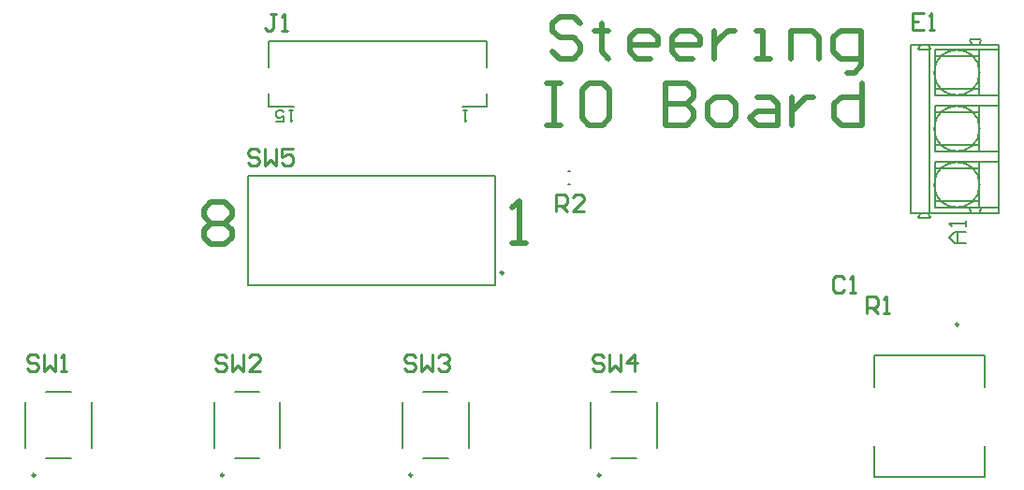
<source format=gto>
G04*
G04 #@! TF.GenerationSoftware,Altium Limited,Altium Designer,20.1.12 (249)*
G04*
G04 Layer_Color=65535*
%FSLAX25Y25*%
%MOIN*%
G70*
G04*
G04 #@! TF.SameCoordinates,7D01FC5B-E23C-4C92-B969-1582809840FB*
G04*
G04*
G04 #@! TF.FilePolarity,Positive*
G04*
G01*
G75*
%ADD10C,0.00984*%
%ADD11C,0.00787*%
%ADD12C,0.01000*%
%ADD13C,0.02000*%
%ADD14C,0.00600*%
D10*
X464335Y181676D02*
G03*
X464335Y181676I-492J0D01*
G01*
X135434Y127987D02*
G03*
X135434Y127987I-492J0D01*
G01*
X302149Y200100D02*
G03*
X302149Y200100I-492J0D01*
G01*
X202567Y127987D02*
G03*
X202567Y127987I-492J0D01*
G01*
X269701D02*
G03*
X269701Y127987I-492J0D01*
G01*
X336834D02*
G03*
X336834Y127987I-492J0D01*
G01*
D11*
X450050Y220122D02*
G03*
X450391Y219531I341J-197D01*
G01*
X453781D02*
G03*
X454121Y220122I0J394D01*
G01*
X453781Y279532D02*
G03*
X454121Y280122I0J394D01*
G01*
X454008Y281500D02*
G03*
X453667Y280909I0J-394D01*
G01*
X450505D02*
G03*
X450164Y281500I-341J197D01*
G01*
X450050Y280122D02*
G03*
X450391Y279532I341J-197D01*
G01*
X468639Y283469D02*
G03*
X468298Y282878I0J-394D01*
G01*
X472370D02*
G03*
X472029Y283469I-341J197D01*
G01*
X471915Y222091D02*
G03*
X472256Y221500I341J-197D01*
G01*
X472370Y222878D02*
G03*
X472029Y223468I-341J197D01*
G01*
X468639D02*
G03*
X468298Y222878I0J-394D01*
G01*
X468412Y221500D02*
G03*
X468753Y222091I0J394D01*
G01*
X471771Y231500D02*
G03*
X471771Y231500I-8071J0D01*
G01*
Y251500D02*
G03*
X471771Y251500I-8071J0D01*
G01*
Y271500D02*
G03*
X471771Y271500I-8071J0D01*
G01*
X325206Y236461D02*
X325994D01*
X325206Y231539D02*
X325994D01*
X473685Y127246D02*
Y138369D01*
Y159432D02*
Y170554D01*
X434315D02*
X473685D01*
X434315Y127246D02*
Y138369D01*
Y159432D02*
Y170554D01*
Y127246D02*
X473685D01*
X447165Y221500D02*
Y281500D01*
Y221500D02*
X450846D01*
X450050Y220122D02*
X450846Y221500D01*
X450391Y219531D02*
X453781D01*
X453326Y221500D02*
X454122Y220122D01*
X453326Y221500D02*
X478661D01*
Y281500D01*
X447165D02*
X478661D01*
X453667Y280909D02*
X454122Y280122D01*
X450050D02*
X450505Y280909D01*
X450391Y279532D02*
X453781D01*
X471574Y281500D02*
X472370Y282878D01*
X468298D02*
X469094Y281500D01*
X468639Y283469D02*
X472029D01*
X471915Y222091D02*
X472370Y222878D01*
X468639Y223468D02*
X472029D01*
X468298Y222878D02*
X468753Y222091D01*
X453857Y221500D02*
Y281500D01*
X455826Y263429D02*
Y279571D01*
X471574Y263429D02*
Y279571D01*
X455826D02*
X478661D01*
X455826Y243429D02*
Y259571D01*
X471574Y243429D02*
Y259571D01*
X455826D02*
X478661D01*
X455826Y223429D02*
Y239571D01*
X471574Y223429D02*
Y239571D01*
X455826D02*
X478661D01*
X455826Y263429D02*
X478661D01*
X455826Y243429D02*
X478661D01*
X455826Y223429D02*
X478661D01*
X447165Y221500D02*
X478661D01*
X455826Y277406D02*
X471574D01*
X455826Y265594D02*
X471574D01*
X455826Y257406D02*
X471574D01*
X455826Y245594D02*
X471574D01*
X455826Y237406D02*
X471574D01*
X455826Y225594D02*
X471574D01*
X287520Y259386D02*
X296378D01*
Y263913D01*
Y273362D02*
Y282614D01*
X218622D02*
X296378D01*
X218622Y259386D02*
X227480D01*
X218622Y273362D02*
Y282614D01*
Y259386D02*
Y263913D01*
X155591Y137617D02*
Y154168D01*
X132009Y137617D02*
Y154168D01*
X139355Y157691D02*
X148131D01*
X139355Y134109D02*
X148245D01*
X299294Y195612D02*
Y234588D01*
X211106D02*
X299294D01*
X211106Y195612D02*
Y234588D01*
Y195612D02*
X299294D01*
X222725Y137617D02*
Y154168D01*
X199142Y137617D02*
Y154168D01*
X206488Y157691D02*
X215264D01*
X206488Y134109D02*
X215378D01*
X289858Y137617D02*
Y154168D01*
X266275Y137617D02*
Y154168D01*
X273622Y157691D02*
X282397D01*
X273622Y134109D02*
X282512D01*
X356991Y137617D02*
Y154168D01*
X333409Y137617D02*
Y154168D01*
X340755Y157691D02*
X349531D01*
X340755Y134109D02*
X349645D01*
X466830Y210784D02*
X462894D01*
X460926Y212751D01*
X462894Y214719D01*
X466830D01*
X463878D01*
Y210784D01*
X466830Y216687D02*
Y218655D01*
Y217671D01*
X460926D01*
X461910Y216687D01*
D12*
X321002Y222101D02*
Y228099D01*
X324001D01*
X325000Y227099D01*
Y225100D01*
X324001Y224100D01*
X321002D01*
X323001D02*
X325000Y222101D01*
X330998D02*
X327000D01*
X330998Y226100D01*
Y227099D01*
X329999Y228099D01*
X327999D01*
X327000Y227099D01*
X337940Y170103D02*
X336941Y171103D01*
X334941D01*
X333942Y170103D01*
Y169103D01*
X334941Y168104D01*
X336941D01*
X337940Y167104D01*
Y166104D01*
X336941Y165105D01*
X334941D01*
X333942Y166104D01*
X339940Y171103D02*
Y165105D01*
X341939Y167104D01*
X343938Y165105D01*
Y171103D01*
X348937Y165105D02*
Y171103D01*
X345938Y168104D01*
X349937D01*
X270765Y170098D02*
X269766Y171098D01*
X267766D01*
X266767Y170098D01*
Y169099D01*
X267766Y168099D01*
X269766D01*
X270765Y167099D01*
Y166100D01*
X269766Y165100D01*
X267766D01*
X266767Y166100D01*
X272765Y171098D02*
Y165100D01*
X274764Y167099D01*
X276763Y165100D01*
Y171098D01*
X278763Y170098D02*
X279763Y171098D01*
X281762D01*
X282762Y170098D01*
Y169099D01*
X281762Y168099D01*
X280762D01*
X281762D01*
X282762Y167099D01*
Y166100D01*
X281762Y165100D01*
X279763D01*
X278763Y166100D01*
X203632Y170098D02*
X202632Y171098D01*
X200633D01*
X199633Y170098D01*
Y169099D01*
X200633Y168099D01*
X202632D01*
X203632Y167099D01*
Y166100D01*
X202632Y165100D01*
X200633D01*
X199633Y166100D01*
X205631Y171098D02*
Y165100D01*
X207631Y167099D01*
X209630Y165100D01*
Y171098D01*
X215628Y165100D02*
X211629D01*
X215628Y169099D01*
Y170098D01*
X214629Y171098D01*
X212629D01*
X211629Y170098D01*
X215299Y243398D02*
X214299Y244398D01*
X212300D01*
X211300Y243398D01*
Y242399D01*
X212300Y241399D01*
X214299D01*
X215299Y240399D01*
Y239400D01*
X214299Y238400D01*
X212300D01*
X211300Y239400D01*
X217298Y244398D02*
Y238400D01*
X219297Y240399D01*
X221297Y238400D01*
Y244398D01*
X227295D02*
X223296D01*
Y241399D01*
X225295Y242399D01*
X226295D01*
X227295Y241399D01*
Y239400D01*
X226295Y238400D01*
X224296D01*
X223296Y239400D01*
X136449Y170148D02*
X135449Y171148D01*
X133450D01*
X132450Y170148D01*
Y169149D01*
X133450Y168149D01*
X135449D01*
X136449Y167149D01*
Y166150D01*
X135449Y165150D01*
X133450D01*
X132450Y166150D01*
X138448Y171148D02*
Y165150D01*
X140447Y167149D01*
X142447Y165150D01*
Y171148D01*
X144446Y165150D02*
X146446D01*
X145446D01*
Y171148D01*
X144446Y170148D01*
X431723Y185700D02*
Y191698D01*
X434722D01*
X435721Y190698D01*
Y188699D01*
X434722Y187699D01*
X431723D01*
X433722D02*
X435721Y185700D01*
X437721D02*
X439720D01*
X438721D01*
Y191698D01*
X437721Y190698D01*
X221099Y292498D02*
X219099D01*
X220099D01*
Y287500D01*
X219099Y286500D01*
X218100D01*
X217100Y287500D01*
X223098Y286500D02*
X225097D01*
X224098D01*
Y292498D01*
X223098Y291498D01*
X451761Y292848D02*
X447763D01*
Y286850D01*
X451761D01*
X447763Y289849D02*
X449762D01*
X453761Y286850D02*
X455760D01*
X454760D01*
Y292848D01*
X453761Y291848D01*
X423599Y197998D02*
X422599Y198998D01*
X420600D01*
X419600Y197998D01*
Y194000D01*
X420600Y193000D01*
X422599D01*
X423599Y194000D01*
X425598Y193000D02*
X427597D01*
X426598D01*
Y198998D01*
X425598Y197998D01*
D13*
X317600Y267795D02*
X322598D01*
X320099D01*
Y252800D01*
X317600D01*
X322598D01*
X337594Y267795D02*
X332595D01*
X330096Y265296D01*
Y255299D01*
X332595Y252800D01*
X337594D01*
X340093Y255299D01*
Y265296D01*
X337594Y267795D01*
X360086D02*
Y252800D01*
X367584D01*
X370083Y255299D01*
Y257798D01*
X367584Y260298D01*
X360086D01*
X367584D01*
X370083Y262797D01*
Y265296D01*
X367584Y267795D01*
X360086D01*
X377581Y252800D02*
X382579D01*
X385078Y255299D01*
Y260298D01*
X382579Y262797D01*
X377581D01*
X375081Y260298D01*
Y255299D01*
X377581Y252800D01*
X392576Y262797D02*
X397574D01*
X400073Y260298D01*
Y252800D01*
X392576D01*
X390077Y255299D01*
X392576Y257798D01*
X400073D01*
X405072Y262797D02*
Y252800D01*
Y257798D01*
X407571Y260298D01*
X410070Y262797D01*
X412569D01*
X430064Y267795D02*
Y252800D01*
X422566D01*
X420067Y255299D01*
Y260298D01*
X422566Y262797D01*
X430064D01*
X329697Y288994D02*
X327198Y291494D01*
X322199D01*
X319700Y288994D01*
Y286495D01*
X322199Y283996D01*
X327198D01*
X329697Y281497D01*
Y278998D01*
X327198Y276498D01*
X322199D01*
X319700Y278998D01*
X337194Y288994D02*
Y286495D01*
X334695D01*
X339693D01*
X337194D01*
Y278998D01*
X339693Y276498D01*
X354689D02*
X349690D01*
X347191Y278998D01*
Y283996D01*
X349690Y286495D01*
X354689D01*
X357188Y283996D01*
Y281497D01*
X347191D01*
X369684Y276498D02*
X364685D01*
X362186Y278998D01*
Y283996D01*
X364685Y286495D01*
X369684D01*
X372183Y283996D01*
Y281497D01*
X362186D01*
X377181Y286495D02*
Y276498D01*
Y281497D01*
X379681Y283996D01*
X382180Y286495D01*
X384679D01*
X392177Y276498D02*
X397175D01*
X394676D01*
Y286495D01*
X392177D01*
X404672Y276498D02*
Y286495D01*
X412170D01*
X414669Y283996D01*
Y276498D01*
X424666Y271500D02*
X427165D01*
X429664Y273999D01*
Y286495D01*
X422167D01*
X419668Y283996D01*
Y278998D01*
X422167Y276498D01*
X429664D01*
X195500Y222796D02*
X197999Y225295D01*
X202998D01*
X205497Y222796D01*
Y220297D01*
X202998Y217798D01*
X205497Y215298D01*
Y212799D01*
X202998Y210300D01*
X197999D01*
X195500Y212799D01*
Y215298D01*
X197999Y217798D01*
X195500Y220297D01*
Y222796D01*
X197999Y217798D02*
X202998D01*
X305300Y210800D02*
X310298D01*
X307799D01*
Y225795D01*
X305300Y223296D01*
D14*
X289390Y258008D02*
X288057D01*
X288723D01*
Y254009D01*
X289390Y254676D01*
X227185Y258008D02*
X225852D01*
X226519D01*
Y254009D01*
X227185Y254676D01*
X221187Y254009D02*
X223853D01*
Y256009D01*
X222520Y255342D01*
X221853D01*
X221187Y256009D01*
Y257341D01*
X221853Y258008D01*
X223186D01*
X223853Y257341D01*
M02*

</source>
